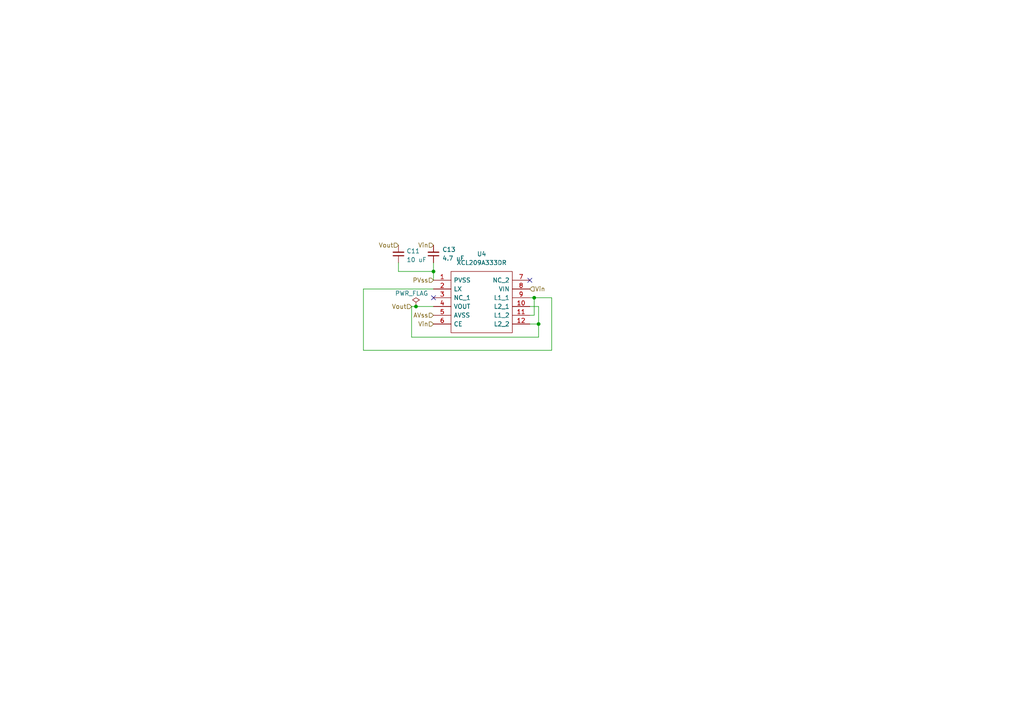
<source format=kicad_sch>
(kicad_sch (version 20230121) (generator eeschema)
  (paper "A4")
  (lib_symbols
    (symbol "Device:C_Small" (pin_numbers hide) (pin_names (offset 0.254) hide)
      (property "Reference" "C" (at 0.254 1.778 0))
      (property "Value" "C_Small" (at 0.254 -2.032 0))
      (symbol "C_Small_0_1"
        (polyline (pts (xy -1.524 -0.508) (xy 1.524 -0.508)) (stroke (width 0.3302)))
        (polyline (pts (xy -1.524 0.508) (xy 1.524 0.508)) (stroke (width 0.3048)))
      )
      (symbol "C_Small_1_1"
        (pin passive line (at 0 2.54 270) (length 2.032) (name "~") (number "1"))
        (pin passive line (at 0 -2.54 90) (length 2.032) (name "~") (number "2"))
      )
    )
    (symbol "Regulator_Switching:XCL209A333DR" (pin_names (offset 0.762))
      (property "Reference" "IC" (at 6.35 -17.78 0))
      (property "Value" "XCL209A333DR" (at 6.35 -20.32 0))
      (symbol "XCL209A333DR_0_0"
        (pin passive line (at 0 0 0) (length 5.08) (name "PVSS") (number "1"))
        (pin passive line (at 27.94 -7.62 180) (length 5.08) (name "L2_1") (number "10"))
        (pin passive line (at 27.94 -10.16 180) (length 5.08) (name "L1_2") (number "11"))
        (pin passive line (at 27.94 -12.7 180) (length 5.08) (name "L2_2") (number "12"))
        (pin passive line (at 0 -2.54 0) (length 5.08) (name "LX") (number "2"))
        (pin passive line (at 0 -5.08 0) (length 5.08) (name "NC_1") (number "3"))
        (pin passive line (at 0 -7.62 0) (length 5.08) (name "VOUT") (number "4"))
        (pin passive line (at 0 -10.16 0) (length 5.08) (name "AVSS") (number "5"))
        (pin passive line (at 0 -12.7 0) (length 5.08) (name "CE") (number "6"))
        (pin passive line (at 27.94 0 180) (length 5.08) (name "NC_2") (number "7"))
        (pin passive line (at 27.94 -2.54 180) (length 5.08) (name "VIN") (number "8"))
        (pin passive line (at 27.94 -5.08 180) (length 5.08) (name "L1_1") (number "9"))
      )
      (symbol "XCL209A333DR_0_1"
        (polyline (pts (xy 5.08 2.54) (xy 22.86 2.54) (xy 22.86 -15.24) (xy 5.08 -15.24) (xy 5.08 2.54)) (stroke (width 0.1524)))
      )
    )
    (symbol "power:PWR_FLAG" (power) (pin_numbers hide) (pin_names (offset 0) hide)
      (property "Value" "PWR_FLAG" (at 0 3.81 0))
      (symbol "PWR_FLAG_0_0"
        (pin power_out line (at 0 0 90) (length 0) (name "pwr") (number "1"))
      )
      (symbol "PWR_FLAG_0_1"
        (polyline (pts (xy 0 0) (xy 0 1.27) (xy -1.016 1.905) (xy 0 2.54) (xy 1.016 1.905) (xy 0 1.27)))
      )
    )
  )
  (junction (at 125.73 78.74))
  (junction (at 154.94 86.36))
  (junction (at 120.65 88.9))
  (junction (at 156.21 93.98))
  (no_connect (at 153.67 81.28))
  (no_connect (at 125.73 86.36))
  (wire (pts (xy 119.38 88.9) (xy 119.38 97.79)))
  (wire (pts (xy 160.02 86.36) (xy 160.02 101.6)))
  (wire (pts (xy 153.67 91.44) (xy 154.94 91.44)))
  (wire (pts (xy 120.65 88.9) (xy 125.73 88.9)))
  (wire (pts (xy 153.67 88.9) (xy 156.21 88.9)))
  (wire (pts (xy 125.73 78.74) (xy 115.57 78.74)))
  (wire (pts (xy 119.38 88.9) (xy 120.65 88.9)))
  (wire (pts (xy 105.41 83.82) (xy 125.73 83.82)))
  (wire (pts (xy 105.41 83.82) (xy 105.41 101.6)))
  (wire (pts (xy 156.21 97.79) (xy 156.21 93.98)))
  (wire (pts (xy 154.94 86.36) (xy 153.67 86.36)))
  (wire (pts (xy 125.73 78.74) (xy 125.73 81.28)))
  (wire (pts (xy 125.73 76.2) (xy 125.73 78.74)))
  (wire (pts (xy 115.57 78.74) (xy 115.57 76.2)))
  (wire (pts (xy 154.94 91.44) (xy 154.94 86.36)))
  (wire (pts (xy 156.21 93.98) (xy 153.67 93.98)))
  (wire (pts (xy 156.21 88.9) (xy 156.21 93.98)))
  (wire (pts (xy 119.38 97.79) (xy 156.21 97.79)))
  (wire (pts (xy 154.94 86.36) (xy 160.02 86.36)))
  (wire (pts (xy 160.02 101.6) (xy 105.41 101.6)))
  (hierarchical_label "Vout" (shape input) (at 115.57 71.12 180))
  (hierarchical_label "Vin" (shape input) (at 125.73 71.12 180))
  (hierarchical_label "AVss" (shape input) (at 125.73 91.44 180))
  (hierarchical_label "PVss" (shape input) (at 125.73 81.28 180))
  (hierarchical_label "Vin" (shape input) (at 125.73 93.98 180))
  (hierarchical_label "Vout" (shape input) (at 119.38 88.9 180))
  (hierarchical_label "Vin" (shape input) (at 153.67 83.82 0))
  (symbol (lib_id "power:PWR_FLAG") (at 120.65 88.9 0) (unit 1)
    (property "Reference" "#FLG02" (effects hide))
    (property "Value" "PWR_FLAG" (at 119.38 85.09 0))
  )
  (symbol (lib_id "Device:C_Small") (at 125.73 73.66 180) (unit 1)
    (property "Reference" "C13" (at 128.27 72.3836 0) (effects (justify right)))
    (property "Value" "4.7 uF" (at 128.27 74.9236 0) (effects (justify right)))
    (property "Footprint" "Capacitor_SMD:C_0603_1608Metric" (effects hide))
  )
  (symbol (lib_id "Regulator_Switching:XCL209A333DR") (at 125.73 81.28 0) (unit 1)
    (property "Reference" "U4" (at 139.7 73.66 0))
    (property "Value" "XCL209A333DR" (at 139.7 76.2 0))
    (property "Footprint" "Project_local_footprints:XCL209A333DR" (effects hide))
    (property "Datasheet" "https://www.torexsemi.com/file/xcl209/XCL208-XCL209.pdf" (effects hide))
    (property "Description" "Switching Voltage Regulators 400mA Inductor DCDC Converter" (effects hide))
    (property "Height" "1.05" (effects hide))
    (property "Mouser Part Number" "865-XCL209A333DR" (effects hide))
    (property "Mouser Price/Stock" "https://www.mouser.co.uk/ProductDetail/Torex-Semiconductor/XCL209A333DR?qs=gQEZvVdd8Gvwfvht1czUjw%3D%3D" (effects hide))
    (property "Manufacturer_Name" "Torex" (effects hide))
    (property "Manufacturer_Part_Number" "XCL209A333DR" (effects hide))
  )
  (symbol (lib_id "Device:C_Small") (at 115.57 73.66 180) (unit 1)
    (property "Reference" "C11" (at 117.8941 72.8189 0) (effects (justify right)))
    (property "Value" "10 uF" (at 117.8941 75.3558 0) (effects (justify right)))
    (property "Footprint" "Capacitor_SMD:C_0603_1608Metric" (effects hide))
  )
)
</source>
